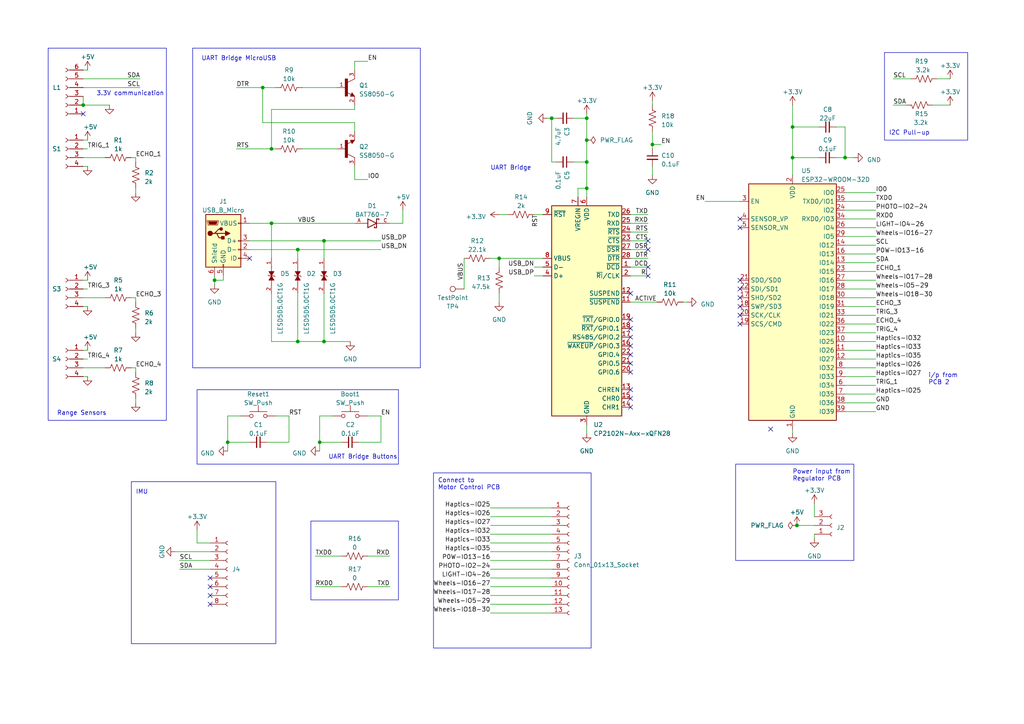
<source format=kicad_sch>
(kicad_sch (version 20231120) (generator "eeschema") (generator_version "8.0")
  (paper "A4")
  (title_block (title "Feedback Oriented Responsive Walker with Assistive Direction") (rev "0") (company "UCF Electrical and Computer Engineering"))
  (lib_symbols
    (symbol "BAT760-7:BAT760-7" (pin_names (offset 1.016))
      (property "Reference" "D" (at -5.08 2.54 0))
      (property "Value" "BAT760-7" (at -5.08 -3.81 0))
      (symbol "BAT760-7_0_0"
        (pin passive line (at -5.08 0 0) (length 2.54) (name "~") (number "A"))
        (pin passive line (at 5.08 0 180) (length 2.54) (name "~") (number "C"))
      )
    )
    (symbol "Connector:Conn_01x03_Socket" (pin_names (offset 1.016) hide)
      (property "Reference" "J" (at 0 5.08 0))
      (property "Value" "Conn_01x03_Socket" (at 0 -5.08 0))
      (symbol "Conn_01x03_Socket_1_1"
        (pin passive line (at -5.08 2.54 0) (length 3.81) (name "Pin_1") (number "1"))
        (pin passive line (at -5.08 0 0) (length 3.81) (name "Pin_2") (number "2"))
        (pin passive line (at -5.08 -2.54 0) (length 3.81) (name "Pin_3") (number "3"))
      )
    )
    (symbol "Connector:Conn_01x04_Socket" (pin_names (offset 1.016) hide)
      (property "Reference" "J" (at 0 5.08 0))
      (property "Value" "Conn_01x04_Socket" (at 0 -7.62 0))
      (symbol "Conn_01x04_Socket_1_1"
        (pin passive line (at -5.08 2.54 0) (length 3.81) (name "Pin_1") (number "1"))
        (pin passive line (at -5.08 0 0) (length 3.81) (name "Pin_2") (number "2"))
        (pin passive line (at -5.08 -2.54 0) (length 3.81) (name "Pin_3") (number "3"))
        (pin passive line (at -5.08 -5.08 0) (length 3.81) (name "Pin_4") (number "4"))
      )
    )
    (symbol "Connector:Conn_01x06_Socket" (pin_names (offset 1.016) hide)
      (property "Reference" "J" (at 0 7.62 0))
      (property "Value" "Conn_01x06_Socket" (at 0 -10.16 0))
      (symbol "Conn_01x06_Socket_1_1"
        (pin passive line (at -5.08 5.08 0) (length 3.81) (name "Pin_1") (number "1"))
        (pin passive line (at -5.08 2.54 0) (length 3.81) (name "Pin_2") (number "2"))
        (pin passive line (at -5.08 0 0) (length 3.81) (name "Pin_3") (number "3"))
        (pin passive line (at -5.08 -2.54 0) (length 3.81) (name "Pin_4") (number "4"))
        (pin passive line (at -5.08 -5.08 0) (length 3.81) (name "Pin_5") (number "5"))
        (pin passive line (at -5.08 -7.62 0) (length 3.81) (name "Pin_6") (number "6"))
      )
    )
    (symbol "Connector:Conn_01x08_Socket" (pin_names (offset 1.016) hide)
      (property "Reference" "J" (at 0 10.16 0))
      (property "Value" "Conn_01x08_Socket" (at 0 -12.7 0))
      (symbol "Conn_01x08_Socket_1_1"
        (pin passive line (at -5.08 7.62 0) (length 3.81) (name "Pin_1") (number "1"))
        (pin passive line (at -5.08 5.08 0) (length 3.81) (name "Pin_2") (number "2"))
        (pin passive line (at -5.08 2.54 0) (length 3.81) (name "Pin_3") (number "3"))
        (pin passive line (at -5.08 0 0) (length 3.81) (name "Pin_4") (number "4"))
        (pin passive line (at -5.08 -2.54 0) (length 3.81) (name "Pin_5") (number "5"))
        (pin passive line (at -5.08 -5.08 0) (length 3.81) (name "Pin_6") (number "6"))
        (pin passive line (at -5.08 -7.62 0) (length 3.81) (name "Pin_7") (number "7"))
        (pin passive line (at -5.08 -10.16 0) (length 3.81) (name "Pin_8") (number "8"))
      )
    )
    (symbol "Connector:Conn_01x13_Socket" (pin_names (offset 1.016) hide)
      (property "Reference" "J" (at 0 17.78 0))
      (property "Value" "Conn_01x13_Socket" (at 0 -17.78 0))
      (symbol "Conn_01x13_Socket_1_1"
        (pin passive line (at -5.08 15.24 0) (length 3.81) (name "Pin_1") (number "1"))
        (pin passive line (at -5.08 -7.62 0) (length 3.81) (name "Pin_10") (number "10"))
        (pin passive line (at -5.08 -10.16 0) (length 3.81) (name "Pin_11") (number "11"))
        (pin passive line (at -5.08 -12.7 0) (length 3.81) (name "Pin_12") (number "12"))
        (pin passive line (at -5.08 -15.24 0) (length 3.81) (name "Pin_13") (number "13"))
        (pin passive line (at -5.08 12.7 0) (length 3.81) (name "Pin_2") (number "2"))
        (pin passive line (at -5.08 10.16 0) (length 3.81) (name "Pin_3") (number "3"))
        (pin passive line (at -5.08 7.62 0) (length 3.81) (name "Pin_4") (number "4"))
        (pin passive line (at -5.08 5.08 0) (length 3.81) (name "Pin_5") (number "5"))
        (pin passive line (at -5.08 2.54 0) (length 3.81) (name "Pin_6") (number "6"))
        (pin passive line (at -5.08 0 0) (length 3.81) (name "Pin_7") (number "7"))
        (pin passive line (at -5.08 -2.54 0) (length 3.81) (name "Pin_8") (number "8"))
        (pin passive line (at -5.08 -5.08 0) (length 3.81) (name "Pin_9") (number "9"))
      )
    )
    (symbol "Connector:TestPoint" (pin_numbers hide) (pin_names (offset 0.762) hide)
      (property "Reference" "TP" (at 0 6.858 0))
      (property "Value" "TestPoint" (at 0 5.08 0))
      (symbol "TestPoint_1_1"
        (pin passive line (at 0 0 90) (length 2.54) (name "1") (number "1"))
      )
    )
    (symbol "Connector:USB_B_Micro" (pin_names (offset 1.016))
      (property "Reference" "J" (at -5.08 11.43 0))
      (property "Value" "USB_B_Micro" (at -5.08 8.89 0))
      (symbol "USB_B_Micro_1_1"
        (pin power_out line (at 7.62 5.08 180) (length 2.54) (name "VBUS") (number "1"))
        (pin bidirectional line (at 7.62 -2.54 180) (length 2.54) (name "D-") (number "2"))
        (pin bidirectional line (at 7.62 0 180) (length 2.54) (name "D+") (number "3"))
        (pin passive line (at 7.62 -5.08 180) (length 2.54) (name "ID") (number "4"))
        (pin power_out line (at 0 -10.16 90) (length 2.54) (name "GND") (number "5"))
        (pin passive line (at -2.54 -10.16 90) (length 2.54) (name "Shield") (number "6"))
      )
    )
    (symbol "Device:C_Small" (pin_numbers hide) (pin_names (offset 0.254) hide)
      (property "Reference" "C" (at 0.254 1.778 0))
      (property "Value" "C_Small" (at 0.254 -2.032 0))
      (symbol "C_Small_1_1"
        (pin passive line (at 0 2.54 270) (length 2.032) (name "~") (number "1"))
        (pin passive line (at 0 -2.54 90) (length 2.032) (name "~") (number "2"))
      )
    )
    (symbol "Device:R_US" (pin_numbers hide) (pin_names (offset 0))
      (property "Reference" "R" (at 2.54 0 90))
      (property "Value" "R_US" (at -2.54 0 90))
      (symbol "R_US_1_1"
        (pin passive line (at 0 3.81 270) (length 1.27) (name "~") (number "1"))
        (pin passive line (at 0 -3.81 90) (length 1.27) (name "~") (number "2"))
      )
    )
    (symbol "Interface_USB:CP2102N-Axx-xQFN28"
      (property "Reference" "U" (at -8.89 31.75 0))
      (property "Value" "CP2102N-Axx-xQFN28" (at 12.7 31.75 0))
      (symbol "CP2102N-Axx-xQFN28_1_1"
        (pin input line (at 12.7 12.7 180) (length 2.54) (name "~{DCD}") (number "1"))
        (pin no_connect line (at -10.16 -27.94 0) (length 2.54) hide (name "NC") (number "10"))
        (pin output line (at 12.7 2.54 180) (length 2.54) (name "~{SUSPEND}") (number "11"))
        (pin output line (at 12.7 5.08 180) (length 2.54) (name "SUSPEND") (number "12"))
        (pin output line (at 12.7 -22.86 180) (length 2.54) (name "CHREN") (number "13"))
        (pin output line (at 12.7 -27.94 180) (length 2.54) (name "CHR1") (number "14"))
        (pin output line (at 12.7 -25.4 180) (length 2.54) (name "CHR0") (number "15"))
        (pin bidirectional line (at 12.7 -10.16 180) (length 2.54) (name "~{WAKEUP}/GPIO.3") (number "16"))
        (pin bidirectional line (at 12.7 -7.62 180) (length 2.54) (name "RS485/GPIO.2") (number "17"))
        (pin bidirectional line (at 12.7 -5.08 180) (length 2.54) (name "~{RXT}/GPIO.1") (number "18"))
        (pin bidirectional line (at 12.7 -2.54 180) (length 2.54) (name "~{TXT}/GPIO.0") (number "19"))
        (pin bidirectional line (at 12.7 10.16 180) (length 2.54) (name "~{RI}/CLK") (number "2"))
        (pin bidirectional line (at 12.7 -17.78 180) (length 2.54) (name "GPIO.6") (number "20"))
        (pin bidirectional line (at 12.7 -15.24 180) (length 2.54) (name "GPIO.5") (number "21"))
        (pin bidirectional line (at 12.7 -12.7 180) (length 2.54) (name "GPIO.4") (number "22"))
        (pin input line (at 12.7 20.32 180) (length 2.54) (name "~{CTS}") (number "23"))
        (pin output line (at 12.7 22.86 180) (length 2.54) (name "~{RTS}") (number "24"))
        (pin input line (at 12.7 25.4 180) (length 2.54) (name "RXD") (number "25"))
        (pin output line (at 12.7 27.94 180) (length 2.54) (name "TXD") (number "26"))
        (pin input line (at 12.7 17.78 180) (length 2.54) (name "~{DSR}") (number "27"))
        (pin output line (at 12.7 15.24 180) (length 2.54) (name "~{DTR}") (number "28"))
        (pin passive line (at 0 -33.02 90) (length 2.54) hide (name "GND") (number "29"))
        (pin power_in line (at 0 -33.02 90) (length 2.54) (name "GND") (number "3"))
        (pin bidirectional line (at -12.7 10.16 0) (length 2.54) (name "D+") (number "4"))
        (pin bidirectional line (at -12.7 12.7 0) (length 2.54) (name "D-") (number "5"))
        (pin power_in line (at 0 33.02 270) (length 2.54) (name "VDD") (number "6"))
        (pin power_in line (at -2.54 33.02 270) (length 2.54) (name "VREGIN") (number "7"))
        (pin input line (at -12.7 15.24 0) (length 2.54) (name "VBUS") (number "8"))
        (pin input line (at -12.7 27.94 0) (length 2.54) (name "~{RST}") (number "9"))
      )
    )
    (symbol "LESD5D5.0CT1G:LESD5D5.0CT1G" (pin_names (offset 1.016))
      (property "Reference" "D" (at -5.08 2.54 0))
      (property "Value" "LESD5D5.0CT1G" (at -5.08 -5.08 0))
      (symbol "LESD5D5.0CT1G_0_0"
        (pin passive line (at -5.08 0 0) (length 2.54) (name "~") (number "1"))
        (pin passive line (at 5.08 0 180) (length 2.54) (name "~") (number "2"))
      )
    )
    (symbol "RF_Module:ESP32-WROOM-32D"
      (property "Reference" "U5" (at 2.54 31.75 0))
      (property "Value" "ESP32-WROOM-32D" (at 2.54 29.21 0))
      (symbol "ESP32-WROOM-32D_1_1"
        (pin power_in line (at 0 -43.18 90) (length 2.54) (name "GND") (number "1"))
        (pin bidirectional line (at 15.24 -17.78 180) (length 2.54) (name "IO25") (number "10"))
        (pin bidirectional line (at 15.24 -20.32 180) (length 2.54) (name "IO26") (number "11"))
        (pin bidirectional line (at 15.24 -22.86 180) (length 2.54) (name "IO27") (number "12"))
        (pin bidirectional line (at 15.24 5.08 180) (length 2.54) (name "IO14") (number "13"))
        (pin bidirectional line (at 15.24 10.16 180) (length 2.54) (name "IO12") (number "14"))
        (pin passive line (at -6.35 -43.18 90) (length 2.54) hide (name "GND") (number "15"))
        (pin bidirectional line (at 15.24 7.62 180) (length 2.54) (name "IO13") (number "16"))
        (pin bidirectional line (at -15.24 -5.08 0) (length 2.54) (name "SHD/SD2") (number "17"))
        (pin bidirectional line (at -15.24 -7.62 0) (length 2.54) (name "SWP/SD3") (number "18"))
        (pin bidirectional line (at -15.24 -12.7 0) (length 2.54) (name "SCS/CMD") (number "19"))
        (pin power_in line (at 0 30.48 270) (length 2.54) (name "VDD") (number "2"))
        (pin bidirectional line (at -15.24 -10.16 0) (length 2.54) (name "SCK/CLK") (number "20"))
        (pin bidirectional line (at -15.24 0 0) (length 2.54) (name "SDO/SD0") (number "21"))
        (pin bidirectional line (at -15.24 -2.54 0) (length 2.54) (name "SDI/SD1") (number "22"))
        (pin bidirectional line (at 15.24 2.54 180) (length 2.54) (name "IO15") (number "23"))
        (pin bidirectional line (at 15.24 20.32 180) (length 2.54) (name "IO2") (number "24"))
        (pin bidirectional line (at 15.24 25.4 180) (length 2.54) (name "IO0") (number "25"))
        (pin bidirectional line (at 15.24 15.24 180) (length 2.54) (name "IO4") (number "26"))
        (pin bidirectional line (at 15.24 0 180) (length 2.54) (name "IO16") (number "27"))
        (pin bidirectional line (at 15.24 -2.54 180) (length 2.54) (name "IO17") (number "28"))
        (pin bidirectional line (at 15.24 12.7 180) (length 2.54) (name "IO5") (number "29"))
        (pin input line (at -15.24 22.86 0) (length 2.54) (name "EN") (number "3"))
        (pin bidirectional line (at 15.24 -5.08 180) (length 2.54) (name "IO18") (number "30"))
        (pin bidirectional line (at 15.24 -7.62 180) (length 2.54) (name "IO19") (number "31"))
        (pin no_connect line (at -12.7 -27.94 0) (length 2.54) hide (name "NC") (number "32"))
        (pin bidirectional line (at 15.24 -10.16 180) (length 2.54) (name "IO21") (number "33"))
        (pin bidirectional line (at 15.24 17.78 180) (length 2.54) (name "RXD0/IO3") (number "34"))
        (pin bidirectional line (at 15.24 22.86 180) (length 2.54) (name "TXD0/IO1") (number "35"))
        (pin bidirectional line (at 15.24 -12.7 180) (length 2.54) (name "IO22") (number "36"))
        (pin bidirectional line (at 15.24 -15.24 180) (length 2.54) (name "IO23") (number "37"))
        (pin bidirectional line (at 15.24 -35.56 180) (length 2.54) (name "IO36") (number "38"))
        (pin bidirectional line (at 15.24 -38.1 180) (length 2.54) (name "IO39") (number "39"))
        (pin input line (at -15.24 17.78 0) (length 2.54) (name "SENSOR_VP") (number "4"))
        (pin input line (at -15.24 15.24 0) (length 2.54) (name "SENSOR_VN") (number "5"))
        (pin input line (at 15.24 -30.48 180) (length 2.54) (name "IO34") (number "6"))
        (pin input line (at 15.24 -33.02 180) (length 2.54) (name "IO35") (number "7"))
        (pin bidirectional line (at 15.24 -25.4 180) (length 2.54) (name "IO32") (number "8"))
        (pin bidirectional line (at 15.24 -27.94 180) (length 2.54) (name "IO33") (number "9"))
      )
    )
    (symbol "SS8050-G:SS8050-G" (pin_names (offset 1.016))
      (property "Reference" "Q" (at -10.16 7.62 0))
      (property "Value" "SS8050-G" (at -10.16 -7.62 0))
      (symbol "SS8050-G_0_0"
        (pin passive line (at -2.54 0 0) (length 2.54) (name "~") (number "1"))
        (pin passive line (at 2.54 -5.08 90) (length 2.54) (name "~") (number "2"))
        (pin passive line (at 2.54 5.08 270) (length 2.54) (name "~") (number "3"))
      )
    )
    (symbol "Switch:SW_Push" (pin_numbers hide) (pin_names (offset 1.016) hide)
      (property "Reference" "SW" (at 1.27 2.54 0))
      (property "Value" "SW_Push" (at 0 -1.524 0))
      (symbol "SW_Push_0_1"
        (pin passive line (at -5.08 0 0) (length 2.54) (name "1") (number "1"))
        (pin passive line (at 5.08 0 180) (length 2.54) (name "2") (number "2"))
      )
    )
    (symbol "power:+3.3V" (power) (pin_names (offset 0))
      (property "Value" "+3.3V" (at 0 3.556 0))
      (symbol "+3.3V_1_1"
        (pin power_in line (at 0 0 90) (length 0) hide (name "+3.3V") (number "1"))
      )
    )
    (symbol "power:+5V" (power) (pin_names (offset 0))
      (property "Value" "+5V" (at 0 3.556 0))
      (symbol "+5V_1_1"
        (pin power_in line (at 0 0 90) (length 0) hide (name "+5V") (number "1"))
      )
    )
    (symbol "power:GND" (power) (pin_names (offset 0))
      (property "Value" "GND" (at 0 -3.81 0))
      (symbol "GND_1_1"
        (pin power_in line (at 0 0 270) (length 0) hide (name "GND") (number "1"))
      )
    )
    (symbol "power:PWR_FLAG" (power) (pin_numbers hide) (pin_names (offset 0) hide)
      (property "Value" "PWR_FLAG" (at 0 3.81 0))
      (symbol "PWR_FLAG_0_0"
        (pin power_out line (at 0 0 90) (length 0) (name "~") (number "1"))
      )
    )
  )
  (junction (at 76.2 25.4))
  (junction (at 189.23 41.91))
  (junction (at 92.71 128.27))
  (junction (at 231.14 152.4))
  (junction (at 93.98 69.85))
  (junction (at 170.18 40.64))
  (junction (at 78.74 64.77))
  (junction (at 93.98 99.06))
  (junction (at 78.74 43.18))
  (junction (at 160.02 34.29))
  (junction (at 86.36 99.06))
  (junction (at 170.18 34.29))
  (junction (at 144.78 74.93))
  (junction (at 170.18 54.61))
  (junction (at 66.04 128.27))
  (junction (at 24.13 30.48))
  (junction (at 170.18 46.99))
  (junction (at 229.87 36.83))
  (junction (at 229.87 45.72))
  (junction (at 245.11 45.72))
  (junction (at 86.36 72.39))
  (junction (at 62.23 81.28))
  (no_connect (at 214.63 91.44))
  (no_connect (at 187.96 80.01))
  (no_connect (at 182.88 95.25))
  (no_connect (at 187.96 69.85))
  (no_connect (at 182.88 97.79))
  (no_connect (at 182.88 102.87))
  (no_connect (at 223.52 124.46))
  (no_connect (at 182.88 85.09))
  (no_connect (at 187.96 77.47))
  (no_connect (at 187.96 72.39))
  (no_connect (at 214.63 93.98))
  (no_connect (at 182.88 100.33))
  (no_connect (at 214.63 88.9))
  (no_connect (at 60.96 172.72))
  (no_connect (at 182.88 105.41))
  (no_connect (at 182.88 113.03))
  (no_connect (at 214.63 86.36))
  (no_connect (at 214.63 66.04))
  (no_connect (at 214.63 63.5))
  (no_connect (at 182.88 118.11))
  (no_connect (at 60.96 167.64))
  (no_connect (at 214.63 83.82))
  (no_connect (at 24.13 33.02))
  (no_connect (at 182.88 92.71))
  (no_connect (at 182.88 107.95))
  (no_connect (at 214.63 81.28))
  (no_connect (at 182.88 115.57))
  (no_connect (at 60.96 170.18))
  (no_connect (at 60.96 175.26))
  (no_connect (at 72.39 74.93))
  (wire (pts (xy 104.14 128.27) (xy 110.49 128.27)))
  (wire (pts (xy 39.37 54.61) (xy 39.37 55.88)))
  (wire (pts (xy 254 93.98) (xy 245.11 93.98)))
  (wire (pts (xy 93.98 69.85) (xy 93.98 74.93)))
  (wire (pts (xy 182.88 87.63) (xy 190.5 87.63)))
  (wire (pts (xy 187.96 67.31) (xy 182.88 67.31)))
  (wire (pts (xy 254 96.52) (xy 245.11 96.52)))
  (wire (pts (xy 96.52 120.65) (xy 92.71 120.65)))
  (wire (pts (xy 52.07 165.1) (xy 60.96 165.1)))
  (wire (pts (xy 242.57 36.83) (xy 245.11 36.83)))
  (wire (pts (xy 144.78 74.93) (xy 144.78 77.47)))
  (wire (pts (xy 254 66.04) (xy 245.11 66.04)))
  (wire (pts (xy 229.87 125.73) (xy 229.87 124.46)))
  (wire (pts (xy 245.11 99.06) (xy 254 99.06)))
  (wire (pts (xy 142.24 175.26) (xy 160.02 175.26)))
  (wire (pts (xy 170.18 46.99) (xy 170.18 40.64)))
  (wire (pts (xy 142.24 167.64) (xy 160.02 167.64)))
  (wire (pts (xy 86.36 85.09) (xy 86.36 99.06)))
  (wire (pts (xy 254 60.96) (xy 245.11 60.96)))
  (wire (pts (xy 189.23 38.1) (xy 189.23 41.91)))
  (wire (pts (xy 40.64 25.4) (xy 24.13 25.4)))
  (wire (pts (xy 187.96 64.77) (xy 182.88 64.77)))
  (wire (pts (xy 142.24 74.93) (xy 144.78 74.93)))
  (wire (pts (xy 259.08 30.48) (xy 262.89 30.48)))
  (wire (pts (xy 77.47 128.27) (xy 83.82 128.27)))
  (wire (pts (xy 106.68 120.65) (xy 110.49 120.65)))
  (wire (pts (xy 144.78 85.09) (xy 144.78 87.63)))
  (wire (pts (xy 39.37 86.36) (xy 39.37 87.63)))
  (wire (pts (xy 50.8 160.02) (xy 60.96 160.02)))
  (wire (pts (xy 110.49 128.27) (xy 110.49 120.65)))
  (wire (pts (xy 142.24 149.86) (xy 160.02 149.86)))
  (wire (pts (xy 86.36 72.39) (xy 72.39 72.39)))
  (wire (pts (xy 170.18 40.64) (xy 170.18 34.29)))
  (wire (pts (xy 78.74 64.77) (xy 102.87 64.77)))
  (wire (pts (xy 189.23 29.21) (xy 189.23 30.48)))
  (wire (pts (xy 64.77 81.28) (xy 64.77 80.01)))
  (wire (pts (xy 245.11 119.38) (xy 254 119.38)))
  (wire (pts (xy 64.77 81.28) (xy 62.23 81.28)))
  (wire (pts (xy 161.29 46.99) (xy 160.02 46.99)))
  (wire (pts (xy 245.11 58.42) (xy 254 58.42)))
  (wire (pts (xy 25.4 104.14) (xy 24.13 104.14)))
  (wire (pts (xy 254 83.82) (xy 245.11 83.82)))
  (wire (pts (xy 91.44 170.18) (xy 99.06 170.18)))
  (wire (pts (xy 160.02 34.29) (xy 160.02 46.99)))
  (wire (pts (xy 167.64 54.61) (xy 170.18 54.61)))
  (wire (pts (xy 93.98 69.85) (xy 72.39 69.85)))
  (wire (pts (xy 187.96 72.39) (xy 182.88 72.39)))
  (wire (pts (xy 24.13 27.94) (xy 24.13 30.48)))
  (wire (pts (xy 92.71 128.27) (xy 99.06 128.27)))
  (wire (pts (xy 38.1 86.36) (xy 39.37 86.36)))
  (wire (pts (xy 187.96 77.47) (xy 182.88 77.47)))
  (wire (pts (xy 142.24 170.18) (xy 160.02 170.18)))
  (wire (pts (xy 254 81.28) (xy 245.11 81.28)))
  (wire (pts (xy 25.4 83.82) (xy 24.13 83.82)))
  (wire (pts (xy 102.87 48.26) (xy 102.87 52.07)))
  (wire (pts (xy 76.2 25.4) (xy 80.01 25.4)))
  (wire (pts (xy 102.87 52.07) (xy 106.68 52.07)))
  (wire (pts (xy 144.78 62.23) (xy 147.32 62.23)))
  (wire (pts (xy 142.24 154.94) (xy 160.02 154.94)))
  (wire (pts (xy 80.01 120.65) (xy 83.82 120.65)))
  (wire (pts (xy 66.04 128.27) (xy 72.39 128.27)))
  (wire (pts (xy 270.51 30.48) (xy 275.59 30.48)))
  (wire (pts (xy 142.24 160.02) (xy 160.02 160.02)))
  (wire (pts (xy 69.85 120.65) (xy 66.04 120.65)))
  (wire (pts (xy 116.84 60.96) (xy 116.84 64.77)))
  (wire (pts (xy 144.78 74.93) (xy 157.48 74.93)))
  (wire (pts (xy 68.58 43.18) (xy 78.74 43.18)))
  (wire (pts (xy 24.13 22.86) (xy 40.64 22.86)))
  (wire (pts (xy 170.18 54.61) (xy 170.18 57.15)))
  (wire (pts (xy 142.24 147.32) (xy 160.02 147.32)))
  (wire (pts (xy 245.11 109.22) (xy 254 109.22)))
  (wire (pts (xy 189.23 41.91) (xy 189.23 43.18)))
  (wire (pts (xy 187.96 80.01) (xy 182.88 80.01)))
  (wire (pts (xy 66.04 120.65) (xy 66.04 128.27)))
  (wire (pts (xy 189.23 48.26) (xy 189.23 50.8)))
  (wire (pts (xy 87.63 25.4) (xy 97.79 25.4)))
  (wire (pts (xy 204.47 58.42) (xy 214.63 58.42)))
  (wire (pts (xy 187.96 74.93) (xy 182.88 74.93)))
  (wire (pts (xy 161.29 34.29) (xy 160.02 34.29)))
  (wire (pts (xy 254 104.14) (xy 245.11 104.14)))
  (wire (pts (xy 245.11 36.83) (xy 245.11 45.72)))
  (wire (pts (xy 102.87 31.75) (xy 78.74 31.75)))
  (wire (pts (xy 134.62 74.93) (xy 134.62 83.82)))
  (wire (pts (xy 254 106.68) (xy 245.11 106.68)))
  (wire (pts (xy 254 91.44) (xy 245.11 91.44)))
  (wire (pts (xy 247.65 45.72) (xy 245.11 45.72)))
  (wire (pts (xy 68.58 25.4) (xy 76.2 25.4)))
  (wire (pts (xy 236.22 156.21) (xy 236.22 154.94)))
  (wire (pts (xy 25.4 109.22) (xy 24.13 109.22)))
  (wire (pts (xy 254 78.74) (xy 245.11 78.74)))
  (wire (pts (xy 142.24 157.48) (xy 160.02 157.48)))
  (wire (pts (xy 39.37 106.68) (xy 39.37 107.95)))
  (wire (pts (xy 83.82 128.27) (xy 83.82 120.65)))
  (wire (pts (xy 110.49 72.39) (xy 86.36 72.39)))
  (wire (pts (xy 86.36 99.06) (xy 93.98 99.06)))
  (wire (pts (xy 86.36 72.39) (xy 86.36 74.93)))
  (wire (pts (xy 60.96 157.48) (xy 57.15 157.48)))
  (wire (pts (xy 93.98 99.06) (xy 101.6 99.06)))
  (wire (pts (xy 39.37 115.57) (xy 39.37 116.84)))
  (wire (pts (xy 170.18 34.29) (xy 166.37 34.29)))
  (wire (pts (xy 91.44 161.29) (xy 99.06 161.29)))
  (wire (pts (xy 154.94 80.01) (xy 157.48 80.01)))
  (wire (pts (xy 170.18 46.99) (xy 170.18 54.61)))
  (wire (pts (xy 231.14 152.4) (xy 236.22 152.4)))
  (wire (pts (xy 113.03 170.18) (xy 106.68 170.18)))
  (wire (pts (xy 62.23 81.28) (xy 62.23 80.01)))
  (wire (pts (xy 102.87 35.56) (xy 76.2 35.56)))
  (wire (pts (xy 24.13 45.72) (xy 30.48 45.72)))
  (wire (pts (xy 92.71 120.65) (xy 92.71 128.27)))
  (wire (pts (xy 254 73.66) (xy 245.11 73.66)))
  (wire (pts (xy 78.74 64.77) (xy 78.74 74.93)))
  (wire (pts (xy 87.63 43.18) (xy 97.79 43.18)))
  (wire (pts (xy 242.57 45.72) (xy 245.11 45.72)))
  (wire (pts (xy 38.1 106.68) (xy 39.37 106.68)))
  (wire (pts (xy 25.4 81.28) (xy 24.13 81.28)))
  (wire (pts (xy 170.18 33.02) (xy 170.18 34.29)))
  (wire (pts (xy 92.71 128.27) (xy 92.71 130.81)))
  (wire (pts (xy 62.23 81.28) (xy 62.23 82.55)))
  (wire (pts (xy 245.11 111.76) (xy 254 111.76)))
  (wire (pts (xy 154.94 77.47) (xy 157.48 77.47)))
  (wire (pts (xy 187.96 69.85) (xy 182.88 69.85)))
  (wire (pts (xy 229.87 45.72) (xy 237.49 45.72)))
  (wire (pts (xy 245.11 63.5) (xy 254 63.5)))
  (wire (pts (xy 142.24 177.8) (xy 160.02 177.8)))
  (wire (pts (xy 25.4 40.64) (xy 24.13 40.64)))
  (wire (pts (xy 72.39 64.77) (xy 78.74 64.77)))
  (wire (pts (xy 142.24 165.1) (xy 160.02 165.1)))
  (wire (pts (xy 259.08 22.86) (xy 264.16 22.86)))
  (wire (pts (xy 52.07 162.56) (xy 60.96 162.56)))
  (wire (pts (xy 78.74 43.18) (xy 80.01 43.18)))
  (wire (pts (xy 236.22 146.05) (xy 236.22 149.86)))
  (wire (pts (xy 106.68 17.78) (xy 102.87 17.78)))
  (wire (pts (xy 113.03 161.29) (xy 106.68 161.29)))
  (wire (pts (xy 78.74 99.06) (xy 86.36 99.06)))
  (wire (pts (xy 38.1 45.72) (xy 39.37 45.72)))
  (wire (pts (xy 254 55.88) (xy 245.11 55.88)))
  (wire (pts (xy 25.4 101.6) (xy 24.13 101.6)))
  (wire (pts (xy 170.18 123.19) (xy 170.18 125.73)))
  (wire (pts (xy 39.37 45.72) (xy 39.37 46.99)))
  (wire (pts (xy 57.15 157.48) (xy 57.15 153.67)))
  (wire (pts (xy 167.64 57.15) (xy 167.64 54.61)))
  (wire (pts (xy 113.03 64.77) (xy 116.84 64.77)))
  (wire (pts (xy 25.4 20.32) (xy 24.13 20.32)))
  (wire (pts (xy 102.87 17.78) (xy 102.87 20.32)))
  (wire (pts (xy 254 68.58) (xy 245.11 68.58)))
  (wire (pts (xy 154.94 62.23) (xy 157.48 62.23)))
  (wire (pts (xy 254 86.36) (xy 245.11 86.36)))
  (wire (pts (xy 66.04 128.27) (xy 66.04 130.81)))
  (wire (pts (xy 142.24 172.72) (xy 160.02 172.72)))
  (wire (pts (xy 191.77 41.91) (xy 189.23 41.91)))
  (wire (pts (xy 275.59 22.86) (xy 271.78 22.86)))
  (wire (pts (xy 31.75 30.48) (xy 24.13 30.48)))
  (wire (pts (xy 187.96 62.23) (xy 182.88 62.23)))
  (wire (pts (xy 254 71.12) (xy 245.11 71.12)))
  (wire (pts (xy 25.4 43.18) (xy 24.13 43.18)))
  (wire (pts (xy 229.87 45.72) (xy 229.87 50.8)))
  (wire (pts (xy 229.87 30.48) (xy 229.87 36.83)))
  (wire (pts (xy 110.49 69.85) (xy 93.98 69.85)))
  (wire (pts (xy 198.12 87.63) (xy 199.39 87.63)))
  (wire (pts (xy 78.74 31.75) (xy 78.74 43.18)))
  (wire (pts (xy 39.37 95.25) (xy 39.37 96.52)))
  (wire (pts (xy 25.4 88.9) (xy 24.13 88.9)))
  (wire (pts (xy 229.87 36.83) (xy 237.49 36.83)))
  (wire (pts (xy 76.2 25.4) (xy 76.2 35.56)))
  (wire (pts (xy 166.37 46.99) (xy 170.18 46.99)))
  (wire (pts (xy 245.11 114.3) (xy 254 114.3)))
  (wire (pts (xy 102.87 30.48) (xy 102.87 31.75)))
  (wire (pts (xy 254 76.2) (xy 245.11 76.2)))
  (wire (pts (xy 25.4 48.26) (xy 24.13 48.26)))
  (wire (pts (xy 245.11 101.6) (xy 254 101.6)))
  (wire (pts (xy 102.87 38.1) (xy 102.87 35.56)))
  (wire (pts (xy 160.02 34.29) (xy 158.75 34.29)))
  (wire (pts (xy 245.11 116.84) (xy 254 116.84)))
  (wire (pts (xy 142.24 152.4) (xy 160.02 152.4)))
  (wire (pts (xy 24.13 86.36) (xy 30.48 86.36)))
  (wire (pts (xy 142.24 162.56) (xy 160.02 162.56)))
  (wire (pts (xy 24.13 106.68) (xy 30.48 106.68)))
  (wire (pts (xy 78.74 85.09) (xy 78.74 99.06)))
  (wire (pts (xy 254 88.9) (xy 245.11 88.9)))
  (wire (pts (xy 229.87 36.83) (xy 229.87 45.72)))
  (wire (pts (xy 93.98 85.09) (xy 93.98 99.06)))
  (rectangle (start 38.1 139.7) (end 80.01 186.69))
  (rectangle (start 125.73 137.16) (end 171.45 187.96))
  (rectangle (start 213.36 134.62) (end 247.65 162.56))
  (rectangle (start 57.15 113.03) (end 115.57 134.62))
  (rectangle (start 55.88 13.97) (end 121.92 106.68))
  (rectangle (start 13.97 13.97) (end 48.26 121.92))
  (rectangle (start 256.54 15.24) (end 280.67 40.64))
  (rectangle (start 90.17 151.13) (end 115.57 173.99))
  (text "Range Sensors" (at 16.51 120.65 0) (effects (font (size 1.27 1.27)) (justify left bottom)))
  (text "Power input from\nRegulator PCB" (at 229.87 139.7 0) (effects (font (size 1.27 1.27)) (justify left bottom)))
  (text "i/p from\nPCB 2" (at 269.24 111.76 0) (effects (font (size 1.27 1.27)) (justify left bottom)))
  (text "Connect to\nMotor Control PCB" (at 127 142.24 0) (effects (font (size 1.27 1.27)) (justify left bottom)))
  (text "UART Bridge MicroUSB" (at 58.42 17.78 0) (effects (font (size 1.27 1.27)) (justify left bottom)))
  (text "UART Bridge Buttons" (at 95.25 133.35 0) (effects (font (size 1.27 1.27)) (justify left bottom)))
  (text "I2C Pull-up" (at 257.81 39.37 0) (effects (font (size 1.27 1.27)) (justify left bottom)))
  (text "3.3V communication" (at 27.94 27.94 0) (effects (font (size 1.27 1.27)) (justify left bottom)))
  (text "IMU" (at 39.37 143.51 0) (effects (font (size 1.27 1.27)) (justify left bottom)))
  (text "UART Bridge" (at 142.24 49.53 0) (effects (font (size 1.27 1.27)) (justify left bottom)))
  (label "USB_DP" (at 110.49 69.85 0))
  (label "Haptics-IO35" (at 254 104.14 0))
  (label "TRIG_1" (at 254 111.76 0))
  (label "Wheels-IO5-29" (at 254 83.82 0))
  (label "SCL" (at 259.08 22.86 0))
  (label "VBUS" (at 86.36 64.77 0))
  (label "Wheels-IO17-28" (at 254 81.28 0))
  (label "Haptics-IO32" (at 142.24 154.94 180))
  (label "ECHO_3" (at 39.37 86.36 0))
  (label "USB_DP" (at 154.94 80.01 180))
  (label "GND" (at 254 116.84 0))
  (label "RXD0" (at 91.44 170.18 0))
  (label "RST" (at 83.82 120.65 0))
  (label "IO0" (at 106.68 52.07 0))
  (label "Haptics-IO35" (at 142.24 160.02 180))
  (label "DCD" (at 187.96 77.47 180))
  (label "TRIG_4" (at 25.4 104.14 0))
  (label "USB_DN" (at 110.49 72.39 0))
  (label "ECHO_4" (at 254 93.98 0))
  (label "ECHO_1" (at 254 78.74 0))
  (label "RTS" (at 68.58 43.18 0))
  (label "SDA" (at 254 76.2 0))
  (label "Haptics-IO27" (at 254 109.22 0))
  (label "Wheels-IO18-30" (at 254 86.36 0))
  (label "Wheels-IO16-27" (at 254 68.58 0))
  (label "Haptics-IO26" (at 142.24 149.86 180))
  (label "EN" (at 191.77 41.91 0))
  (label "DTR" (at 68.58 25.4 0))
  (label "EN" (at 204.47 58.42 180))
  (label "Haptics-IO33" (at 254 101.6 0))
  (label "Wheels-IO18-30" (at 142.24 177.8 180))
  (label "TXD0" (at 254 58.42 0))
  (label "LIGHT-IO4-26" (at 254 66.04 0))
  (label "RXD0" (at 254 63.5 0))
  (label "TRIG_1" (at 25.4 43.18 0))
  (label "PHOTO-IO2-24" (at 254 60.96 0))
  (label "P0W-IO13-16" (at 254 73.66 0))
  (label "P0W-IO13-16" (at 142.24 162.56 180))
  (label "ECHO_1" (at 39.37 45.72 0))
  (label "GND" (at 254 119.38 0))
  (label "DTR" (at 187.96 74.93 180))
  (label "Wheels-IO16-27" (at 142.24 170.18 180))
  (label "TXD" (at 187.96 62.23 180))
  (label "EN" (at 106.68 17.78 0))
  (label "RST" (at 156.21 62.23 270))
  (label "RXD" (at 187.96 64.77 180))
  (label "TRIG_3" (at 25.4 83.82 0))
  (label "Haptics-IO33" (at 142.24 157.48 180))
  (label "RXD" (at 113.03 161.29 180))
  (label "Haptics-IO27" (at 142.24 152.4 180))
  (label "ECHO_4" (at 39.37 106.68 0))
  (label "TXD0" (at 91.44 161.29 0))
  (label "Haptics-IO32" (at 254 99.06 0))
  (label "LIGHT-IO4-26" (at 142.24 167.64 180))
  (label "RTS" (at 187.96 67.31 180))
  (label "SCL" (at 254 71.12 0))
  (label "EN" (at 110.49 120.65 0))
  (label "ACTIVE" (at 184.15 87.63 0))
  (label "SCL" (at 52.07 162.56 0))
  (label "Haptics-IO25" (at 254 114.3 0))
  (label "TXD" (at 113.03 170.18 180))
  (label "TRIG_4" (at 254 96.52 0))
  (label "Haptics-IO25" (at 142.24 147.32 180))
  (label "Haptics-IO26" (at 254 106.68 0))
  (label "USB_DN" (at 154.94 77.47 180))
  (label "ECHO_3" (at 254 88.9 0))
  (label "CTS" (at 187.96 69.85 180))
  (label "SDA" (at 40.64 22.86 180))
  (label "DSR" (at 187.96 72.39 180))
  (label "IO0" (at 254 55.88 0))
  (label "SCL" (at 40.64 25.4 180))
  (label "RI" (at 187.96 80.01 180))
  (label "VBUS" (at 134.62 81.28 90))
  (label "Wheels-IO17-28" (at 142.24 172.72 180))
  (label "TRIG_3" (at 254 91.44 0))
  (label "PHOTO-IO2-24" (at 142.24 165.1 180))
  (label "SDA" (at 52.07 165.1 0))
  (label "Wheels-IO5-29" (at 142.24 175.26 180))
  (label "SDA" (at 259.08 30.48 0))
  (symbol (lib_id "power:GND") (at 236.22 156.21 0) (unit 1)
    (property "Reference" "#PWR032" (effects (hide yes)))
    (property "Value" "GND" (at 236.22 161.29 0))
  )
  (symbol (lib_id "Interface_USB:CP2102N-Axx-xQFN28") (at 170.18 90.17 0) (unit 1)
    (property "Reference" "U2" (at 172.1359 123.19 0) (effects (justify left)))
    (property "Value" "CP2102N-Axx-xQFN28" (at 172.1359 125.73 0) (effects (justify left)))
    (property "Footprint" "Package_DFN_QFN:QFN-28-1EP_5x5mm_P0.5mm_EP3.35x3.35mm" (effects (hide yes)))
    (property "Datasheet" "https://www.silabs.com/documents/public/data-sheets/cp2102n-datasheet.pdf" (effects (hide yes)))
  )
  (symbol (lib_id "Device:C_Small") (at 101.6 128.27 270) (unit 1)
    (property "Reference" "C2" (at 101.5936 123.19 90))
    (property "Value" "0.1uF" (at 101.5936 125.73 90))
    (property "Footprint" "Capacitor_SMD:C_0805_2012Metric" (effects (hide yes)))
  )
  (symbol (lib_id "Device:R_US") (at 34.29 106.68 90) (unit 1)
    (property "Reference" "R7" (at 34.29 101.6 90))
    (property "Value" "1k" (at 34.29 104.14 90))
    (property "Footprint" "Resistor_SMD:R_0805_2012Metric" (effects (hide yes)))
  )
  (symbol (lib_id "LESD5D5.0CT1G:LESD5D5.0CT1G") (at 93.98 80.01 270) (unit 1)
    (property "Reference" "D3" (at 96.52 79.375 90) (effects (justify left)))
    (property "Value" "LESD5D5.0CT1G" (at 96.52 81.915 0) (effects (justify left)))
    (property "Footprint" "footprints:TVS_LESD5D5.0CT1G" (effects (hide yes)))
    (property "Description" "\n                        \n                            Transient Voltage Suppressors for ESD Protection\n                        \n" (effects (hide yes)))
    (property "MF" "Leshan Radio Co." (effects (hide yes)))
    (property "MAXIMUM_PACKAGE_HEIGHT" "0.7 mm" (effects (hide yes)))
    (property "Package" "None" (effects (hide yes)))
    (property "Price" "None" (effects (hide yes)))
    (property "Check_prices" "https://www.snapeda.com/parts/LESD5D5.0CT1G/Leshan+Radio/view-part/?ref=eda" (effects (hide yes)))
    (property "STANDARD" "Manufacturer Recommendations" (effects (hide yes)))
    (property "PARTREV" "O" (effects (hide yes)))
    (property "SnapEDA_Link" "https://www.snapeda.com/parts/LESD5D5.0CT1G/Leshan+Radio/view-part/?ref=snap" (effects (hide yes)))
    (property "MP" "LESD5D5.0CT1G" (effects (hide yes)))
    (property "Availability" "In Stock" (effects (hide yes)))
    (property "MANUFACTURER" "LRC" (effects (hide yes)))
  )
  (symbol (lib_id "SS8050-G:SS8050-G") (at 100.33 25.4 0) (unit 1)
    (property "Reference" "Q1" (at 104.14 24.765 0) (effects (justify left)))
    (property "Value" "SS8050-G" (at 104.14 27.305 0) (effects (justify left)))
    (property "Footprint" "footprints:TRANS_SS8050-G" (effects (hide yes)))
    (property "Description" "\n                        \n                            Bipolar (BJT) Transistor NPN 25 V 1.5 A 100MHz 300 mW Surface Mount SOT-23-3\n                        \n" (effects (hide yes)))
    (property "MF" "Comchip" (effects (hide yes)))
    (property "MAXIMUM_PACKAGE_HEIGHT" "1.05 mm" (effects (hide yes)))
    (property "Package" "None" (effects (hide yes)))
    (property "Price" "None" (effects (hide yes)))
    (property "Check_prices" "https://www.snapeda.com/parts/SS8050G/Comchip/view-part/?ref=eda" (effects (hide yes)))
    (property "STANDARD" "Manufacturer Recommendations" (effects (hide yes)))
    (property "PARTREV" "A" (effects (hide yes)))
    (property "SnapEDA_Link" "https://www.snapeda.com/parts/SS8050G/Comchip/view-part/?ref=snap" (effects (hide yes)))
    (property "MP" "SS8050G" (effects (hide yes)))
    (property "Availability" "In Stock" (effects (hide yes)))
    (property "MANUFACTURER" "Comchip" (effects (hide yes)))
  )
  (symbol (lib_id "Connector:Conn_01x03_Socket") (at 241.3 152.4 0) (mirror x) (unit 1)
    (property "Reference" "J2" (at 242.57 153.035 0) (effects (justify left)))
    (property "Value" "Conn_01x03_Socket" (effects (hide yes)))
    (property "Footprint" "Connector_PinHeader_2.54mm:PinHeader_1x03_P2.54mm_Horizontal" (effects (hide yes)))
  )
  (symbol (lib_id "Connector:USB_B_Micro") (at 64.77 69.85 0) (unit 1)
    (property "Reference" "J1" (at 64.77 58.42 0))
    (property "Value" "USB_B_Micro" (at 64.77 60.96 0))
    (property "Footprint" "Connector_USB:USB_Micro-B_Molex-105133-0031" (effects (hide yes)))
  )
  (symbol (lib_id "power:+3.3V") (at 144.78 62.23 90) (unit 1)
    (property "Reference" "#PWR046" (effects (hide yes)))
    (property "Value" "+3.3V" (at 140.97 62.865 90) (effects (justify left)))
  )
  (symbol (lib_id "power:+3.3V") (at 275.59 30.48 0) (unit 1)
    (property "Reference" "#PWR011" (effects (hide yes)))
    (property "Value" "+3.3V" (at 275.59 26.67 0))
  )
  (symbol (lib_id "Device:R_US") (at 83.82 43.18 90) (unit 1)
    (property "Reference" "R10" (at 83.82 38.1 90))
    (property "Value" "10k" (at 83.82 40.64 90))
    (property "Footprint" "Resistor_SMD:R_0805_2012Metric" (effects (hide yes)))
  )
  (symbol (lib_id "power:PWR_FLAG") (at 231.14 152.4 90) (unit 1)
    (property "Reference" "#FLG02" (effects (hide yes)))
    (property "Value" "PWR_FLAG" (at 227.33 152.3999 90) (effects (justify left)))
    (property "Description" "Special symbol for telling ERC where power comes from" (effects (hide yes)))
  )
  (symbol (lib_id "power:GND") (at 158.75 34.29 270) (unit 1)
    (property "Reference" "#PWR034" (effects (hide yes)))
    (property "Value" "GND" (at 153.67 34.29 0))
  )
  (symbol (lib_id "Connector:Conn_01x13_Socket") (at 165.1 162.56 0) (unit 1)
    (property "Reference" "J3" (at 166.37 161.2899 0) (effects (justify left)))
    (property "Value" "Conn_01x13_Socket" (at 166.37 163.8299 0) (effects (justify left)))
    (property "Footprint" "Connector_Phoenix_MC:PhoenixContact_MC_1,5_13-G-3.81_1x13_P3.81mm_Horizontal" (effects (hide yes)))
    (property "Description" "Generic connector, single row, 01x13, script generated" (effects (hide yes)))
  )
  (symbol (lib_id "Device:R_US") (at 266.7 30.48 90) (mirror x) (unit 1)
    (property "Reference" "R15" (at 269.24 33.02 90) (effects (justify left)))
    (property "Value" "3.2k" (at 269.24 35.56 90) (effects (justify left)))
    (property "Footprint" "Resistor_SMD:R_0805_2012Metric" (effects (hide yes)))
  )
  (symbol (lib_id "power:+5V") (at 25.4 20.32 0) (mirror y) (unit 1)
    (property "Reference" "#PWR010" (effects (hide yes)))
    (property "Value" "+5V" (at 25.4 16.51 0))
  )
  (symbol (lib_id "power:GND") (at 170.18 125.73 0) (unit 1)
    (property "Reference" "#PWR027" (effects (hide yes)))
    (property "Value" "GND" (at 170.18 130.81 0))
  )
  (symbol (lib_id "Device:R_US") (at 138.43 74.93 90) (unit 1)
    (property "Reference" "R12" (at 138.43 69.85 90))
    (property "Value" "22.1k" (at 138.43 72.39 90))
    (property "Footprint" "Resistor_SMD:R_0805_2012Metric" (effects (hide yes)))
  )
  (symbol (lib_id "Device:R_US") (at 267.97 22.86 90) (unit 1)
    (property "Reference" "R19" (at 269.24 17.78 90) (effects (justify left)))
    (property "Value" "3.2k" (at 269.875 20.32 90) (effects (justify left)))
    (property "Footprint" "Resistor_SMD:R_0805_2012Metric" (effects (hide yes)))
  )
  (symbol (lib_id "power:+5V") (at 25.4 81.28 0) (unit 1)
    (property "Reference" "#PWR07" (effects (hide yes)))
    (property "Value" "+5V" (at 24.13 77.47 0) (effects (justify left)))
  )
  (symbol (lib_id "Connector:Conn_01x04_Socket") (at 19.05 104.14 0) (mirror y) (unit 1)
    (property "Reference" "S4" (at 17.78 104.14 0) (effects (justify left)))
    (property "Value" "Conn_01x04_Socket" (effects (hide yes)))
    (property "Footprint" "Connector_JST:JST_EH_S4B-EH_1x04_P2.50mm_Horizontal" (effects (hide yes)))
  )
  (symbol (lib_id "Device:R_US") (at 102.87 170.18 90) (unit 1)
    (property "Reference" "R17" (at 102.87 165.1 90))
    (property "Value" "0" (at 102.87 167.64 90))
    (property "Footprint" "Resistor_SMD:R_0805_2012Metric" (effects (hide yes)))
  )
  (symbol (lib_id "Device:R_US") (at 39.37 50.8 0) (unit 1)
    (property "Reference" "R2" (at 41.91 50.165 0) (effects (justify left)))
    (property "Value" "2k" (at 41.91 52.705 0) (effects (justify left)))
    (property "Footprint" "Resistor_SMD:R_0805_2012Metric" (effects (hide yes)))
  )
  (symbol (lib_id "Switch:SW_Push") (at 74.93 120.65 0) (unit 1)
    (property "Reference" "Reset1" (at 74.93 114.3 0))
    (property "Value" "SW_Push" (at 74.93 116.84 0))
    (property "Footprint" "Button_Switch_SMD:SW_Tactile_SPST_NO_Straight_CK_PTS636Sx25SMTRLFS" (effects (hide yes)))
  )
  (symbol (lib_id "Device:C_Small") (at 189.23 45.72 0) (unit 1)
    (property "Reference" "C10" (at 191.77 45.0913 0) (effects (justify left)))
    (property "Value" "0.1uF" (at 191.77 47.6313 0) (effects (justify left)))
    (property "Footprint" "Capacitor_SMD:C_0805_2012Metric" (effects (hide yes)))
  )
  (symbol (lib_id "power:GND") (at 25.4 88.9 0) (unit 1)
    (property "Reference" "#PWR08" (effects (hide yes)))
    (property "Value" "GND" (effects (hide yes)))
  )
  (symbol (lib_id "power:GND") (at 199.39 87.63 90) (unit 1)
    (property "Reference" "#PWR028" (effects (hide yes)))
    (property "Value" "GND" (at 203.2 88.265 90) (effects (justify right)))
  )
  (symbol (lib_id "power:+3.3V") (at 57.15 153.67 0) (unit 1)
    (property "Reference" "#PWR013" (effects (hide yes)))
    (property "Value" "+3.3V" (at 57.15 149.86 0))
  )
  (symbol (lib_id "power:+5V") (at 231.14 152.4 0) (mirror y) (unit 1)
    (property "Reference" "#PWR018" (effects (hide yes)))
    (property "Value" "+5V" (at 231.14 148.59 0))
  )
  (symbol (lib_id "power:+3.3V") (at 189.23 29.21 0) (unit 1)
    (property "Reference" "#PWR044" (effects (hide yes)))
    (property "Value" "+3.3V" (at 189.23 25.4 0))
  )
  (symbol (lib_id "LESD5D5.0CT1G:LESD5D5.0CT1G") (at 78.74 80.01 270) (unit 1)
    (property "Reference" "D5" (at 81.28 79.375 90) (effects (justify left)))
    (property "Value" "LESD5D5.0CT1G" (at 81.28 81.915 0) (effects (justify left)))
    (property "Footprint" "footprints:TVS_LESD5D5.0CT1G" (effects (hide yes)))
    (property "Description" "\n                        \n                            Transient Voltage Suppressors for ESD Protection\n                        \n" (effects (hide yes)))
    (property "MF" "Leshan Radio Co." (effects (hide yes)))
    (property "MAXIMUM_PACKAGE_HEIGHT" "0.7 mm" (effects (hide yes)))
    (property "Package" "None" (effects (hide yes)))
    (property "Price" "None" (effects (hide yes)))
    (property "Check_prices" "https://www.snapeda.com/parts/LESD5D5.0CT1G/Leshan+Radio/view-part/?ref=eda" (effects (hide yes)))
    (property "STANDARD" "Manufacturer Recommendations" (effects (hide yes)))
    (property "PARTREV" "O" (effects (hide yes)))
    (property "SnapEDA_Link" "https://www.snapeda.com/parts/LESD5D5.0CT1G/Leshan+Radio/view-part/?ref=snap" (effects (hide yes)))
    (property "MP" "LESD5D5.0CT1G" (effects (hide yes)))
    (property "Availability" "In Stock" (effects (hide yes)))
    (property "MANUFACTURER" "LRC" (effects (hide yes)))
  )
  (symbol (lib_id "LESD5D5.0CT1G:LESD5D5.0CT1G") (at 86.36 80.01 270) (unit 1)
    (property "Reference" "D2" (at 88.9 79.375 90) (effects (justify left)))
    (property "Value" "LESD5D5.0CT1G" (at 88.9 81.915 0) (effects (justify left)))
    (property "Footprint" "footprints:TVS_LESD5D5.0CT1G" (effects (hide yes)))
    (property "Description" "\n                        \n                            Transient Voltage Suppressors for ESD Protection\n                        \n" (effects (hide yes)))
    (property "MF" "Leshan Radio Co." (effects (hide yes)))
    (property "MAXIMUM_PACKAGE_HEIGHT" "0.7 mm" (effects (hide yes)))
    (property "Package" "None" (effects (hide yes)))
    (property "Price" "None" (effects (hide yes)))
    (property "Check_prices" "https://www.snapeda.com/parts/LESD5D5.0CT1G/Leshan+Radio/view-part/?ref=eda" (effects (hide yes)))
    (property "STANDARD" "Manufacturer Recommendations" (effects (hide yes)))
    (property "PARTREV" "O" (effects (hide yes)))
    (property "SnapEDA_Link" "https://www.snapeda.com/parts/LESD5D5.0CT1G/Leshan+Radio/view-part/?ref=snap" (effects (hide yes)))
    (property "MP" "LESD5D5.0CT1G" (effects (hide yes)))
    (property "Availability" "In Stock" (effects (hide yes)))
    (property "MANUFACTURER" "LRC" (effects (hide yes)))
  )
  (symbol (lib_id "power:GND") (at 66.04 130.81 270) (unit 1)
    (property "Reference" "#PWR029" (effects (hide yes)))
    (property "Value" "GND" (at 62.23 131.445 90) (effects (justify right)))
  )
  (symbol (lib_id "Device:R_US") (at 151.13 62.23 270) (unit 1)
    (property "Reference" "R14" (at 151.13 57.15 90))
    (property "Value" "2k" (at 151.13 59.69 90))
    (property "Footprint" "Resistor_SMD:R_0805_2012Metric" (effects (hide yes)))
  )
  (symbol (lib_id "Device:R_US") (at 34.29 45.72 90) (unit 1)
    (property "Reference" "R1" (at 34.29 40.64 90))
    (property "Value" "1k" (at 34.29 43.18 90))
    (property "Footprint" "Resistor_SMD:R_0805_2012Metric" (effects (hide yes)))
  )
  (symbol (lib_id "Device:R_US") (at 189.23 34.29 0) (unit 1)
    (property "Reference" "R18" (at 191.77 33.655 0) (effects (justify left)))
    (property "Value" "10k" (at 191.77 36.195 0) (effects (justify left)))
    (property "Footprint" "Resistor_SMD:R_0805_2012Metric" (effects (hide yes)))
  )
  (symbol (lib_id "power:GND") (at 247.65 45.72 90) (unit 1)
    (property "Reference" "#PWR040" (effects (hide yes)))
    (property "Value" "GND" (at 251.46 46.355 90) (effects (justify right)))
  )
  (symbol (lib_id "power:GND") (at 229.87 125.73 0) (unit 1)
    (property "Reference" "#PWR01" (effects (hide yes)))
    (property "Value" "GND" (at 229.87 130.81 0))
  )
  (symbol (lib_id "power:+5V") (at 116.84 60.96 0) (unit 1)
    (property "Reference" "#PWR025" (effects (hide yes)))
    (property "Value" "+5V" (at 116.84 57.15 0))
  )
  (symbol (lib_id "power:GND") (at 25.4 48.26 0) (unit 1)
    (property "Reference" "#PWR02" (effects (hide yes)))
    (property "Value" "GND" (effects (hide yes)))
  )
  (symbol (lib_id "Connector:Conn_01x04_Socket") (at 19.05 43.18 0) (mirror y) (unit 1)
    (property "Reference" "S1" (at 17.78 43.18 0) (effects (justify left)))
    (property "Value" "Conn_01x04_Socket" (effects (hide yes)))
    (property "Footprint" "Connector_JST:JST_EH_S4B-EH_1x04_P2.50mm_Horizontal" (effects (hide yes)))
  )
  (symbol (lib_id "power:+5V") (at 25.4 40.64 0) (unit 1)
    (property "Reference" "#PWR06" (effects (hide yes)))
    (property "Value" "+5V" (at 24.13 36.83 0) (effects (justify left)))
  )
  (symbol (lib_id "Device:R_US") (at 83.82 25.4 90) (unit 1)
    (property "Reference" "R9" (at 83.82 20.32 90))
    (property "Value" "10k" (at 83.82 22.86 90))
    (property "Footprint" "Resistor_SMD:R_0805_2012Metric" (effects (hide yes)))
  )
  (symbol (lib_id "power:GND") (at 50.8 160.02 270) (unit 1)
    (property "Reference" "#PWR014" (effects (hide yes)))
    (property "Value" "GND" (at 46.99 160.02 0))
  )
  (symbol (lib_id "Device:R_US") (at 194.31 87.63 90) (unit 1)
    (property "Reference" "R11" (at 194.31 82.55 90))
    (property "Value" "10k" (at 194.31 85.09 90))
    (property "Footprint" "Resistor_SMD:R_0805_2012Metric" (effects (hide yes)))
  )
  (symbol (lib_id "BAT760-7:BAT760-7") (at 107.95 64.77 0) (unit 1)
    (property "Reference" "D1" (at 107.95 59.69 0))
    (property "Value" "BAT760-7" (at 107.95 62.23 0))
    (property "Footprint" "footprints:SOD2513X120N" (effects (hide yes)))
    (property "PARTREV" "9-2" (effects (hide yes)))
    (property "MANUFACTURER" "DIODES" (effects (hide yes)))
    (property "MAXIMUM_PACKAGE_HEIGHT" "1.20mm" (effects (hide yes)))
    (property "STANDARD" "IPC-7351B" (effects (hide yes)))
  )
  (symbol (lib_id "power:GND") (at 25.4 109.22 0) (unit 1)
    (property "Reference" "#PWR022" (effects (hide yes)))
    (property "Value" "GND" (effects (hide yes)))
  )
  (symbol (lib_id "power:+3.3V") (at 229.87 30.48 0) (unit 1)
    (property "Reference" "#PWR047" (effects (hide yes)))
    (property "Value" "+3.3V" (at 229.87 26.67 0))
  )
  (symbol (lib_id "power:GND") (at 144.78 87.63 0) (unit 1)
    (property "Reference" "#PWR031" (effects (hide yes)))
    (property "Value" "GND" (at 144.78 92.71 0))
  )
  (symbol (lib_id "power:PWR_FLAG") (at 170.18 40.64 270) (unit 1)
    (property "Reference" "#FLG01" (effects (hide yes)))
    (property "Value" "PWR_FLAG" (at 173.99 40.6399 90) (effects (justify left)))
    (property "Description" "Special symbol for telling ERC where power comes from" (effects (hide yes)))
  )
  (symbol (lib_id "power:GND") (at 31.75 30.48 0) (mirror y) (unit 1)
    (property "Reference" "#PWR012" (effects (hide yes)))
    (property "Value" "GND" (effects (hide yes)))
  )
  (symbol (lib_id "Device:C_Small") (at 240.03 36.83 90) (unit 1)
    (property "Reference" "C8" (at 240.0363 31.75 90))
    (property "Value" "22uF" (at 240.0363 34.29 90))
    (property "Footprint" "Capacitor_SMD:C_0805_2012Metric" (effects (hide yes)))
  )
  (symbol (lib_id "Connector:Conn_01x04_Socket") (at 19.05 83.82 0) (mirror y) (unit 1)
    (property "Reference" "S3" (at 17.78 83.82 0) (effects (justify left)))
    (property "Value" "Conn_01x04_Socket" (effects (hide yes)))
    (property "Footprint" "Connector_JST:JST_EH_S4B-EH_1x04_P2.50mm_Horizontal" (effects (hide yes)))
  )
  (symbol (lib_id "power:GND") (at 92.71 130.81 270) (unit 1)
    (property "Reference" "#PWR030" (effects (hide yes)))
    (property "Value" "GND" (at 88.9 131.445 90) (effects (justify right)))
  )
  (symbol (lib_id "SS8050-G:SS8050-G") (at 100.33 43.18 0) (mirror x) (unit 1)
    (property "Reference" "Q2" (at 104.14 42.545 0) (effects (justify left)))
    (property "Value" "SS8050-G" (at 104.14 45.085 0) (effects (justify left)))
    (property "Footprint" "footprints:TRANS_SS8050-G" (effects (hide yes)))
    (property "Description" "\n                        \n                            Bipolar (BJT) Transistor NPN 25 V 1.5 A 100MHz 300 mW Surface Mount SOT-23-3\n                        \n" (effects (hide yes)))
    (property "MF" "Comchip" (effects (hide yes)))
    (property "MAXIMUM_PACKAGE_HEIGHT" "1.05 mm" (effects (hide yes)))
    (property "Package" "None" (effects (hide yes)))
    (property "Price" "None" (effects (hide yes)))
    (property "Check_prices" "https://www.snapeda.com/parts/SS8050G/Comchip/view-part/?ref=eda" (effects (hide yes)))
    (property "STANDARD" "Manufacturer Recommendations" (effects (hide yes)))
    (property "PARTREV" "A" (effects (hide yes)))
    (property "SnapEDA_Link" "https://www.snapeda.com/parts/SS8050G/Comchip/view-part/?ref=snap" (effects (hide yes)))
    (property "MP" "SS8050G" (effects (hide yes)))
    (property "Availability" "In Stock" (effects (hide yes)))
    (property "MANUFACTURER" "Comchip" (effects (hide yes)))
  )
  (symbol (lib_id "Device:R_US") (at 39.37 91.44 0) (unit 1)
    (property "Reference" "R6" (at 41.91 90.805 0) (effects (justify left)))
    (property "Value" "2k" (at 41.91 93.345 0) (effects (justify left)))
    (property "Footprint" "Resistor_SMD:R_0805_2012Metric" (effects (hide yes)))
  )
  (symbol (lib_id "Device:R_US") (at 34.29 86.36 90) (unit 1)
    (property "Reference" "R5" (at 34.29 81.28 90))
    (property "Value" "1k" (at 34.29 83.82 90))
    (property "Footprint" "Resistor_SMD:R_0805_2012Metric" (effects (hide yes)))
  )
  (symbol (lib_id "Device:R_US") (at 39.37 111.76 0) (unit 1)
    (property "Reference" "R8" (at 41.91 111.125 0) (effects (justify left)))
    (property "Value" "2k" (at 41.91 113.665 0) (effects (justify left)))
    (property "Footprint" "Resistor_SMD:R_0805_2012Metric" (effects (hide yes)))
  )
  (symbol (lib_id "power:GND") (at 39.37 116.84 0) (unit 1)
    (property "Reference" "#PWR023" (effects (hide yes)))
    (property "Value" "GND" (effects (hide yes)))
  )
  (symbol (lib_id "Device:C_Small") (at 240.03 45.72 90) (unit 1)
    (property "Reference" "C9" (at 240.0363 40.64 90))
    (property "Value" "0.1uF" (at 240.0363 43.18 90))
    (property "Footprint" "Capacitor_SMD:C_0805_2012Metric" (effects (hide yes)))
  )
  (symbol (lib_id "Switch:SW_Push") (at 101.6 120.65 0) (unit 1)
    (property "Reference" "Boot1" (at 101.6 114.3 0))
    (property "Value" "SW_Push" (at 101.6 116.84 0))
    (property "Footprint" "Button_Switch_SMD:SW_Tactile_SPST_NO_Straight_CK_PTS636Sx25SMTRLFS" (effects (hide yes)))
  )
  (symbol (lib_id "power:+5V") (at 25.4 101.6 0) (unit 1)
    (property "Reference" "#PWR021" (effects (hide yes)))
    (property "Value" "+5V" (at 24.13 97.79 0) (effects (justify left)))
  )
  (symbol (lib_id "Device:C_Small") (at 163.83 34.29 270) (unit 1)
    (property "Reference" "C3" (at 164.4587 36.83 0) (effects (justify left)))
    (property "Value" "4.7uF" (at 161.9187 36.83 0) (effects (justify left)))
    (property "Footprint" "Capacitor_SMD:C_0805_2012Metric" (effects (hide yes)))
  )
  (symbol (lib_id "Device:R_US") (at 144.78 81.28 0) (mirror x) (unit 1)
    (property "Reference" "R13" (at 142.24 80.645 0) (effects (justify right)))
    (property "Value" "47.5k" (at 142.24 83.185 0) (effects (justify right)))
    (property "Footprint" "Resistor_SMD:R_0805_2012Metric" (effects (hide yes)))
  )
  (symbol (lib_id "power:GND") (at 101.6 99.06 0) (unit 1)
    (property "Reference" "#PWR026" (effects (hide yes)))
    (property "Value" "GND" (at 101.6 104.14 0))
  )
  (symbol (lib_id "power:+3.3V") (at 236.22 146.05 0) (unit 1)
    (property "Reference" "#PWR019" (effects (hide yes)))
    (property "Value" "+3.3V" (at 236.22 142.24 0))
  )
  (symbol (lib_id "power:+3.3V") (at 170.18 33.02 0) (unit 1)
    (property "Reference" "#PWR045" (effects (hide yes)))
    (property "Value" "+3.3V" (at 170.18 29.21 0))
  )
  (symbol (lib_id "power:GND") (at 189.23 50.8 0) (unit 1)
    (property "Reference" "#PWR017" (effects (hide yes)))
    (property "Value" "GND" (at 189.23 55.88 0))
  )
  (symbol (lib_id "power:+3.3V") (at 275.59 22.86 0) (unit 1)
    (property "Reference" "#PWR015" (effects (hide yes)))
    (property "Value" "+3.3V" (at 275.59 19.05 0))
  )
  (symbol (lib_id "Connector:TestPoint") (at 134.62 83.82 90) (unit 1)
    (property "Reference" "TP4" (at 131.318 88.9 90))
    (property "Value" "TestPoint" (at 131.318 86.36 90))
    (property "Footprint" "TestPoint:TestPoint_Pad_1.0x1.0mm" (effects (hide yes)))
  )
  (symbol (lib_id "Device:C_Small") (at 163.83 46.99 270) (unit 1)
    (property "Reference" "C5" (at 164.4587 49.53 0) (effects (justify left)))
    (property "Value" "0.1uF" (at 161.9187 49.53 0) (effects (justify left)))
    (property "Footprint" "Capacitor_SMD:C_0805_2012Metric" (effects (hide yes)))
  )
  (symbol (lib_id "Device:R_US") (at 102.87 161.29 90) (unit 1)
    (property "Reference" "R16" (at 102.87 156.21 90))
    (property "Value" "0" (at 102.87 158.75 90))
    (property "Footprint" "Resistor_SMD:R_0805_2012Metric" (effects (hide yes)))
  )
  (symbol (lib_id "Device:C_Small") (at 74.93 128.27 270) (unit 1)
    (property "Reference" "C1" (at 74.9236 123.19 90))
    (property "Value" "0.1uF" (at 74.9236 125.73 90))
    (property "Footprint" "Capacitor_SMD:C_0805_2012Metric" (effects (hide yes)))
  )
  (symbol (lib_id "Connector:Conn_01x08_Socket") (at 66.04 165.1 0) (unit 1)
    (property "Reference" "J4" (at 67.31 165.0999 0) (effects (justify left)))
    (property "Value" "Conn_01x08_Socket" (effects (hide yes)))
    (property "Footprint" "Connector_PinSocket_2.54mm:PinSocket_1x08_P2.54mm_Vertical" (effects (hide yes)))
    (property "Description" "Generic connector, single row, 01x08, script generated" (effects (hide yes)))
  )
  (symbol (lib_id "power:GND") (at 62.23 82.55 0) (unit 1)
    (property "Reference" "#PWR024" (effects (hide yes)))
    (property "Value" "GND" (at 62.23 87.63 0))
  )
  (symbol (lib_id "power:GND") (at 39.37 55.88 0) (unit 1)
    (property "Reference" "#PWR020" (effects (hide yes)))
    (property "Value" "GND" (effects (hide yes)))
  )
  (symbol (lib_id "Connector:Conn_01x06_Socket") (at 19.05 27.94 180) (unit 1)
    (property "Reference" "L1" (at 16.51 25.4 0))
    (property "Value" "Conn_01x06_Socket" (effects (hide yes)))
    (property "Footprint" "Connector_JST:JST_PH_S6B-PH-K_1x06_P2.00mm_Horizontal" (effects (hide yes)))
  )
  (symbol (lib_id "RF_Module:ESP32-WROOM-32D") (at 229.87 81.28 0) (unit 1)
    (property "Reference" "U5" (at 232.41 49.53 0) (effects (justify left)))
    (property "Value" "ESP32-WROOM-32D" (at 232.41 52.07 0) (effects (justify left)))
    (property "Footprint" "RF_Module:ESP32-WROOM-32D" (effects (hide yes)))
    (property "Datasheet" "https://www.espressif.com/sites/default/files/documentation/esp32-wroom-32d_esp32-wroom-32u_datasheet_en.pdf" (effects (hide yes)))
  )
  (symbol (lib_id "power:GND") (at 39.37 96.52 0) (unit 1)
    (property "Reference" "#PWR09" (effects (hide yes)))
    (property "Value" "GND" (effects (hide yes)))
  )
)
</source>
